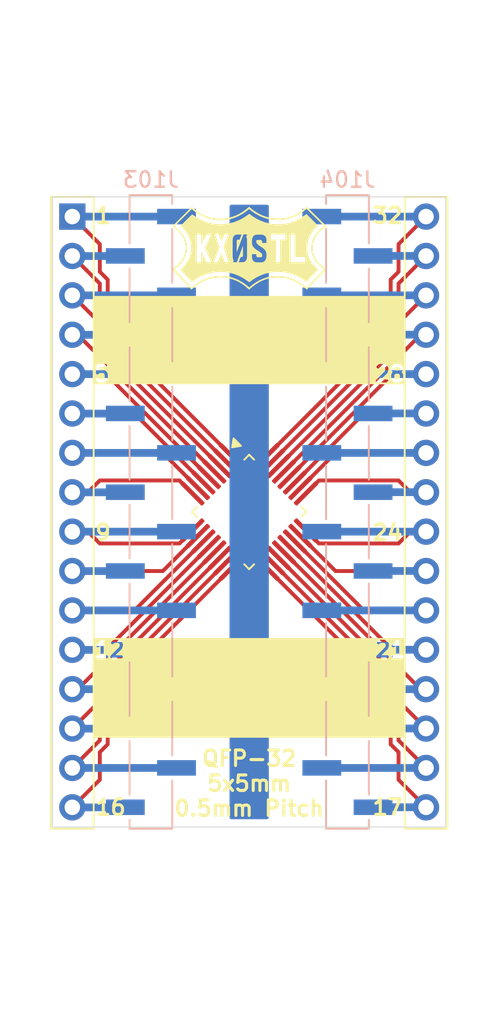
<source format=kicad_pcb>
(kicad_pcb (version 20241229) (generator "pcbnew") (generator_version "9.0")
  (layers (0 "F.Cu" signal) (2 "B.Cu" signal) (13 "F.Paste" user) (15 "B.Paste" user) (5 "F.SilkS" user "F.Silkscreen") (7 "B.SilkS" user "B.Silkscreen") (1 "F.Mask" user) (3 "B.Mask" user) (25 "Edge.Cuts" user))
  (net 0 "")
  (net 1 "/27")
  (net 2 "/10")
  (net 3 "/3")
  (net 4 "/6")
  (net 5 "/8")
  (net 6 "/1")
  (net 7 "/31")
  (net 8 "/7")
  (net 9 "/28")
  (net 10 "/2")
  (net 11 "/32")
  (net 12 "/24")
  (net 13 "/23")
  (net 14 "/19")
  (net 15 "/20")
  (net 16 "/18")
  (net 17 "/9")
  (net 18 "/14")
  (net 19 "/26")
  (net 20 "/21")
  (net 21 "/16")
  (net 22 "/29")
  (net 23 "/15")
  (net 24 "/25")
  (net 25 "/30")
  (net 26 "/17")
  (net 27 "/5")
  (net 28 "/4")
  (net 29 "/13")
  (net 30 "/12")
  (net 31 "/11")
  (net 32 "/22")
  (footprint "Package_QFP:TQFP-32_5x5mm_P0.5mm" (layer "F.Cu") (at 138.43 120.65 -45)
    (property "Reference" "U101" (hide yes))
    (property "Value" "QFN-48")
    (pad "1" smd roundrect (at -3.4325 -1.75 315) (size 2 0.3) (layers "F.Cu" "F.Mask" "F.Paste") (net 6 "/1"))
    (pad "2" smd roundrect (at -3.432501 -1.25 315) (size 2 0.3) (layers "F.Cu" "F.Mask" "F.Paste") (net 10 "/2"))
    (pad "3" smd roundrect (at -3.4325 -0.75 315) (size 2 0.3) (layers "F.Cu" "F.Mask" "F.Paste") (net 3 "/3"))
    (pad "4" smd roundrect (at -3.4325 -0.25 315) (size 2 0.3) (layers "F.Cu" "F.Mask" "F.Paste") (net 28 "/4"))
    (pad "5" smd roundrect (at -3.4325 0.25 315) (size 2 0.3) (layers "F.Cu" "F.Mask" "F.Paste") (net 27 "/5"))
    (pad "6" smd roundrect (at -3.4325 0.75 315) (size 2 0.3) (layers "F.Cu" "F.Mask" "F.Paste") (net 4 "/6"))
    (pad "7" smd roundrect (at -3.432501 1.25 315) (size 2 0.3) (layers "F.Cu" "F.Mask" "F.Paste") (net 8 "/7"))
    (pad "8" smd roundrect (at -3.4325 1.75 315) (size 2 0.3) (layers "F.Cu" "F.Mask" "F.Paste") (net 5 "/8"))
    (pad "9" smd roundrect (at -1.75 3.4325 315) (size 0.3 2) (layers "F.Cu" "F.Mask" "F.Paste") (net 17 "/9"))
    (pad "10" smd roundrect (at -1.25 3.432501 315) (size 0.3 2) (layers "F.Cu" "F.Mask" "F.Paste") (net 2 "/10"))
    (pad "11" smd roundrect (at -0.75 3.4325 315) (size 0.3 2) (layers "F.Cu" "F.Mask" "F.Paste") (net 31 "/11"))
    (pad "12" smd roundrect (at -0.25 3.4325 315) (size 0.3 2) (layers "F.Cu" "F.Mask" "F.Paste") (net 30 "/12"))
    (pad "13" smd roundrect (at 0.25 3.4325 315) (size 0.3 2) (layers "F.Cu" "F.Mask" "F.Paste") (net 29 "/13"))
    (pad "14" smd roundrect (at 0.75 3.4325 315) (size 0.3 2) (layers "F.Cu" "F.Mask" "F.Paste") (net 18 "/14"))
    (pad "15" smd roundrect (at 1.25 3.432501 315) (size 0.3 2) (layers "F.Cu" "F.Mask" "F.Paste") (net 23 "/15"))
    (pad "16" smd roundrect (at 1.75 3.4325 315) (size 0.3 2) (layers "F.Cu" "F.Mask" "F.Paste") (net 21 "/16"))
    (pad "17" smd roundrect (at 3.4325 1.75 315) (size 2 0.3) (layers "F.Cu" "F.Mask" "F.Paste") (net 26 "/17"))
    (pad "18" smd roundrect (at 3.432501 1.25 315) (size 2 0.3) (layers "F.Cu" "F.Mask" "F.Paste") (net 16 "/18"))
    (pad "19" smd roundrect (at 3.4325 0.75 315) (size 2 0.3) (layers "F.Cu" "F.Mask" "F.Paste") (net 14 "/19"))
    (pad "20" smd roundrect (at 3.4325 0.25 315) (size 2 0.3) (layers "F.Cu" "F.Mask" "F.Paste") (net 15 "/20"))
    (pad "21" smd roundrect (at 3.4325 -0.25 315) (size 2 0.3) (layers "F.Cu" "F.Mask" "F.Paste") (net 20 "/21"))
    (pad "22" smd roundrect (at 3.4325 -0.75 315) (size 2 0.3) (layers "F.Cu" "F.Mask" "F.Paste") (net 32 "/22"))
    (pad "23" smd roundrect (at 3.432501 -1.25 315) (size 2 0.3) (layers "F.Cu" "F.Mask" "F.Paste") (net 13 "/23"))
    (pad "24" smd roundrect (at 3.4325 -1.75 315) (size 2 0.3) (layers "F.Cu" "F.Mask" "F.Paste") (net 12 "/24"))
    (pad "25" smd roundrect (at 1.75 -3.4325 315) (size 0.3 2) (layers "F.Cu" "F.Mask" "F.Paste") (net 24 "/25"))
    (pad "26" smd roundrect (at 1.25 -3.432501 315) (size 0.3 2) (layers "F.Cu" "F.Mask" "F.Paste") (net 19 "/26"))
    (pad "27" smd roundrect (at 0.75 -3.4325 315) (size 0.3 2) (layers "F.Cu" "F.Mask" "F.Paste") (net 1 "/27"))
    (pad "28" smd roundrect (at 0.25 -3.4325 315) (size 0.3 2) (layers "F.Cu" "F.Mask" "F.Paste") (net 9 "/28"))
    (pad "29" smd roundrect (at -0.25 -3.4325 315) (size 0.3 2) (layers "F.Cu" "F.Mask" "F.Paste") (net 22 "/29"))
    (pad "30" smd roundrect (at -0.75 -3.4325 315) (size 0.3 2) (layers "F.Cu" "F.Mask" "F.Paste") (net 25 "/30"))
    (pad "31" smd roundrect (at -1.25 -3.432501 315) (size 0.3 2) (layers "F.Cu" "F.Mask" "F.Paste") (net 7 "/31"))
    (pad "32" smd roundrect (at -1.75 -3.4325 315) (size 0.3 2) (layers "F.Cu" "F.Mask" "F.Paste") (net 11 "/32"))
  )
  (footprint "Connector_PinHeader_2.54mm:PinHeader_1x16_P2.54mm_Vertical" (layer "F.Cu") (at 127 101.6)
    (property "Reference" "J101" (hide yes))
    (property "Value" "Conn_01x26")
    (pad "1" thru_hole rect (at 0 0) (size 1.7 1.7) (drill 1) (layers "*.Cu" "*.Mask") (net 6 "/1"))
    (pad "2" thru_hole circle (at 0 2.54) (size 1.7 1.7) (drill 1) (layers "*.Cu" "*.Mask") (net 10 "/2"))
    (pad "3" thru_hole circle (at 0 5.08) (size 1.7 1.7) (drill 1) (layers "*.Cu" "*.Mask") (net 3 "/3"))
    (pad "4" thru_hole circle (at 0 7.62) (size 1.7 1.7) (drill 1) (layers "*.Cu" "*.Mask") (net 28 "/4"))
    (pad "5" thru_hole circle (at 0 10.16) (size 1.7 1.7) (drill 1) (layers "*.Cu" "*.Mask") (net 27 "/5"))
    (pad "6" thru_hole circle (at 0 12.7) (size 1.7 1.7) (drill 1) (layers "*.Cu" "*.Mask") (net 4 "/6"))
    (pad "7" thru_hole circle (at 0 15.24) (size 1.7 1.7) (drill 1) (layers "*.Cu" "*.Mask") (net 8 "/7"))
    (pad "8" thru_hole circle (at 0 17.78) (size 1.7 1.7) (drill 1) (layers "*.Cu" "*.Mask") (net 5 "/8"))
    (pad "9" thru_hole circle (at 0 20.32) (size 1.7 1.7) (drill 1) (layers "*.Cu" "*.Mask") (net 17 "/9"))
    (pad "10" thru_hole circle (at 0 22.86) (size 1.7 1.7) (drill 1) (layers "*.Cu" "*.Mask") (net 2 "/10"))
    (pad "11" thru_hole circle (at 0 25.4) (size 1.7 1.7) (drill 1) (layers "*.Cu" "*.Mask") (net 31 "/11"))
    (pad "12" thru_hole circle (at 0 27.94) (size 1.7 1.7) (drill 1) (layers "*.Cu" "*.Mask") (net 30 "/12"))
    (pad "13" thru_hole circle (at 0 30.48) (size 1.7 1.7) (drill 1) (layers "*.Cu" "*.Mask") (net 29 "/13"))
    (pad "14" thru_hole circle (at 0 33.02) (size 1.7 1.7) (drill 1) (layers "*.Cu" "*.Mask") (net 18 "/14"))
    (pad "15" thru_hole circle (at 0 35.56) (size 1.7 1.7) (drill 1) (layers "*.Cu" "*.Mask") (net 23 "/15"))
    (pad "16" thru_hole circle (at 0 38.1) (size 1.7 1.7) (drill 1) (layers "*.Cu" "*.Mask") (net 21 "/16"))
  )
  (footprint "libraries:Logo_10mm_inv" (layer "F.Cu") (at 138.43 103.632)
    (property "Reference" "G***" (hide yes))
    (property "Value" "LOGO" (hide yes))
  )
  (footprint "Connector_PinHeader_2.54mm:PinHeader_1x16_P2.54mm_Vertical" (layer "F.Cu") (at 149.86 101.6)
    (property "Reference" "J102" (hide yes))
    (property "Value" "Conn_01x26")
    (pad "1" thru_hole circle (at 0 0) (size 1.7 1.7) (drill 1) (layers "*.Cu" "*.Mask") (net 11 "/32"))
    (pad "2" thru_hole circle (at 0 2.54) (size 1.7 1.7) (drill 1) (layers "*.Cu" "*.Mask") (net 7 "/31"))
    (pad "3" thru_hole circle (at 0 5.08) (size 1.7 1.7) (drill 1) (layers "*.Cu" "*.Mask") (net 25 "/30"))
    (pad "4" thru_hole circle (at 0 7.62) (size 1.7 1.7) (drill 1) (layers "*.Cu" "*.Mask") (net 22 "/29"))
    (pad "5" thru_hole circle (at 0 10.16) (size 1.7 1.7) (drill 1) (layers "*.Cu" "*.Mask") (net 9 "/28"))
    (pad "6" thru_hole circle (at 0 12.7) (size 1.7 1.7) (drill 1) (layers "*.Cu" "*.Mask") (net 1 "/27"))
    (pad "7" thru_hole circle (at 0 15.24) (size 1.7 1.7) (drill 1) (layers "*.Cu" "*.Mask") (net 19 "/26"))
    (pad "8" thru_hole circle (at 0 17.78) (size 1.7 1.7) (drill 1) (layers "*.Cu" "*.Mask") (net 24 "/25"))
    (pad "9" thru_hole circle (at 0 20.32) (size 1.7 1.7) (drill 1) (layers "*.Cu" "*.Mask") (net 12 "/24"))
    (pad "10" thru_hole circle (at 0 22.86) (size 1.7 1.7) (drill 1) (layers "*.Cu" "*.Mask") (net 13 "/23"))
    (pad "11" thru_hole circle (at 0 25.4) (size 1.7 1.7) (drill 1) (layers "*.Cu" "*.Mask") (net 32 "/22"))
    (pad "12" thru_hole circle (at 0 27.94) (size 1.7 1.7) (drill 1) (layers "*.Cu" "*.Mask") (net 20 "/21"))
    (pad "13" thru_hole circle (at 0 30.48) (size 1.7 1.7) (drill 1) (layers "*.Cu" "*.Mask") (net 15 "/20"))
    (pad "14" thru_hole circle (at 0 33.02) (size 1.7 1.7) (drill 1) (layers "*.Cu" "*.Mask") (net 14 "/19"))
    (pad "15" thru_hole circle (at 0 35.56) (size 1.7 1.7) (drill 1) (layers "*.Cu" "*.Mask") (net 16 "/18"))
    (pad "16" thru_hole circle (at 0 38.1) (size 1.7 1.7) (drill 1) (layers "*.Cu" "*.Mask") (net 26 "/17"))
  )
  (footprint "Connector_PinHeader_2.54mm:PinHeader_1x16_P2.54mm_Vertical_SMD_Pin1Left" (layer "B.Cu") (at 132.08 120.646642 180)
    (property "Reference" "J103" (at 0 21.43 0) (layer "B.SilkS") (effects (justify mirror)))
    (property "Value" "Conn_01x26")
    (pad "1" smd rect (at -1.655 19.05 180) (size 2.51 1) (layers "B.Cu" "B.Mask" "B.Paste") (net 6 "/1"))
    (pad "2" smd rect (at 1.655 16.51 180) (size 2.51 1) (layers "B.Cu" "B.Mask" "B.Paste") (net 10 "/2"))
    (pad "3" smd rect (at -1.655 13.97 180) (size 2.51 1) (layers "B.Cu" "B.Mask" "B.Paste") (net 3 "/3"))
    (pad "4" smd rect (at 1.655 11.43 180) (size 2.51 1) (layers "B.Cu" "B.Mask" "B.Paste") (net 28 "/4"))
    (pad "5" smd rect (at -1.655 8.89 180) (size 2.51 1) (layers "B.Cu" "B.Mask" "B.Paste") (net 27 "/5"))
    (pad "6" smd rect (at 1.655 6.35 180) (size 2.51 1) (layers "B.Cu" "B.Mask" "B.Paste") (net 4 "/6"))
    (pad "7" smd rect (at -1.655 3.81 180) (size 2.51 1) (layers "B.Cu" "B.Mask" "B.Paste") (net 8 "/7"))
    (pad "8" smd rect (at 1.655 1.27 180) (size 2.51 1) (layers "B.Cu" "B.Mask" "B.Paste") (net 5 "/8"))
    (pad "9" smd rect (at -1.655 -1.27 180) (size 2.51 1) (layers "B.Cu" "B.Mask" "B.Paste") (net 17 "/9"))
    (pad "10" smd rect (at 1.655 -3.81 180) (size 2.51 1) (layers "B.Cu" "B.Mask" "B.Paste") (net 2 "/10"))
    (pad "11" smd rect (at -1.655 -6.35 180) (size 2.51 1) (layers "B.Cu" "B.Mask" "B.Paste") (net 31 "/11"))
    (pad "12" smd rect (at 1.655 -8.89 180) (size 2.51 1) (layers "B.Cu" "B.Mask" "B.Paste") (net 30 "/12"))
    (pad "13" smd rect (at -1.655 -11.43 180) (size 2.51 1) (layers "B.Cu" "B.Mask" "B.Paste") (net 29 "/13"))
    (pad "14" smd rect (at 1.655 -13.97 180) (size 2.51 1) (layers "B.Cu" "B.Mask" "B.Paste") (net 18 "/14"))
    (pad "15" smd rect (at -1.655 -16.51 180) (size 2.51 1) (layers "B.Cu" "B.Mask" "B.Paste") (net 23 "/15"))
    (pad "16" smd rect (at 1.655 -19.05 180) (size 2.51 1) (layers "B.Cu" "B.Mask" "B.Paste") (net 21 "/16"))
  )
  (footprint "Connector_PinHeader_2.54mm:PinHeader_1x16_P2.54mm_Vertical_SMD_Pin1Right" (layer "B.Cu") (at 144.78 120.646642 180)
    (property "Reference" "J104" (at 0 21.43 0) (layer "B.SilkS") (effects (justify mirror)))
    (property "Value" "Conn_01x26")
    (pad "1" smd rect (at 1.655 19.05 180) (size 2.51 1) (layers "B.Cu" "B.Mask" "B.Paste") (net 11 "/32"))
    (pad "2" smd rect (at -1.655 16.51 180) (size 2.51 1) (layers "B.Cu" "B.Mask" "B.Paste") (net 7 "/31"))
    (pad "3" smd rect (at 1.655 13.97 180) (size 2.51 1) (layers "B.Cu" "B.Mask" "B.Paste") (net 25 "/30"))
    (pad "4" smd rect (at -1.655 11.43 180) (size 2.51 1) (layers "B.Cu" "B.Mask" "B.Paste") (net 22 "/29"))
    (pad "5" smd rect (at 1.655 8.89 180) (size 2.51 1) (layers "B.Cu" "B.Mask" "B.Paste") (net 9 "/28"))
    (pad "6" smd rect (at -1.655 6.35 180) (size 2.51 1) (layers "B.Cu" "B.Mask" "B.Paste") (net 1 "/27"))
    (pad "7" smd rect (at 1.655 3.81 180) (size 2.51 1) (layers "B.Cu" "B.Mask" "B.Paste") (net 19 "/26"))
    (pad "8" smd rect (at -1.655 1.27 180) (size 2.51 1) (layers "B.Cu" "B.Mask" "B.Paste") (net 24 "/25"))
    (pad "9" smd rect (at 1.655 -1.27 180) (size 2.51 1) (layers "B.Cu" "B.Mask" "B.Paste") (net 12 "/24"))
    (pad "10" smd rect (at -1.655 -3.81 180) (size 2.51 1) (layers "B.Cu" "B.Mask" "B.Paste") (net 13 "/23"))
    (pad "11" smd rect (at 1.655 -6.35 180) (size 2.51 1) (layers "B.Cu" "B.Mask" "B.Paste") (net 32 "/22"))
    (pad "12" smd rect (at -1.655 -8.89 180) (size 2.51 1) (layers "B.Cu" "B.Mask" "B.Paste") (net 20 "/21"))
    (pad "13" smd rect (at 1.655 -11.43 180) (size 2.51 1) (layers "B.Cu" "B.Mask" "B.Paste") (net 15 "/20"))
    (pad "14" smd rect (at -1.655 -13.97 180) (size 2.51 1) (layers "B.Cu" "B.Mask" "B.Paste") (net 14 "/19"))
    (pad "15" smd rect (at 1.655 -16.51 180) (size 2.51 1) (layers "B.Cu" "B.Mask" "B.Paste") (net 16 "/18"))
    (pad "16" smd rect (at -1.655 -19.05 180) (size 2.51 1) (layers "B.Cu" "B.Mask" "B.Paste") (net 26 "/17"))
  )
  (gr_rect (start 129.377 108.1456) (end 146.493 112.36) (stroke (width 0.1)) (fill yes) (layer "F.SilkS"))
  (gr_rect (start 130.382 128.832239) (end 146.551382 130.5687) (stroke (width 0.1)) (fill yes) (layer "F.SilkS"))
  (gr_rect (start 128.374 130.2) (end 148.43 134.271) (stroke (width 0.1)) (fill yes) (layer "F.SilkS"))
  (gr_rect (start 128.374 130.581) (end 148.44 135.161) (stroke (width 0.1)) (fill yes) (layer "F.SilkS"))
  (gr_rect (start 128.40935 106.767) (end 148.47535 111.038) (stroke (width 0.1)) (fill yes) (layer "F.SilkS"))
  (gr_rect (start 125.73 100.33) (end 151.13 140.97) (stroke (width 0.05)) (fill no) (layer "Edge.Cuts"))
  (gr_text "24" (at 148.446 121.976642 0) (layer "F.SilkS") (effects (font (size 1 1) (thickness 0.2) (bold yes)) (justify right)))
  (gr_text "32" (at 148.463 101.536375 0) (layer "F.SilkS") (effects (font (size 1 1) (thickness 0.2) (bold yes)) (justify right)))
  (gr_text "21" (at 148.63 129.54 0) (layer "F.SilkS" knockout) (effects (font (size 1 1) (thickness 0.2) (bold yes)) (justify right)))
  (gr_text "17" (at 148.463 139.7 0) (layer "F.SilkS") (effects (font (size 1 1) (thickness 0.2) (bold yes)) (justify right)))
  (gr_text "28" (at 148.6 111.75 0) (layer "F.SilkS" knockout) (effects (font (size 1 1) (thickness 0.2) (bold yes)) (justify right)))
  (gr_text "QFP-32\n5x5mm\n0.5mm Pitch" (at 138.43 140.354569 0) (layer "F.SilkS") (effects (font (size 1 1) (thickness 0.2) (bold yes)) (justify bottom)))
  (gr_text "12" (at 128.32 129.54 0) (layer "F.SilkS" knockout) (effects (font (size 1 1) (thickness 0.2) (bold yes)) (justify left)))
  (gr_text "5" (at 128.3 111.75 0) (layer "F.SilkS" knockout) (effects (font (size 1 1) (thickness 0.2) (bold yes)) (justify left)))
  (gr_text "9" (at 128.38 121.976642 0) (layer "F.SilkS") (effects (font (size 1 1) (thickness 0.2) (bold yes)) (justify left)))
  (gr_text "1" (at 128.397 101.536375 0) (layer "F.SilkS") (effects (font (size 1 1) (thickness 0.2) (bold yes)) (justify left)))
  (gr_text "16" (at 128.397 139.7 0) (layer "F.SilkS") (effects (font (size 1 1) (thickness 0.2) (bold yes)) (justify left)))
  (segment (start 145.84066 114.3) (end 149.86 114.3) (width 0.25) (layer "F.Cu") (net 1))
  (segment (start 141.387474 118.753186) (end 145.84066 114.3) (width 0.25) (layer "F.Cu") (net 1))
  (segment (start 149.864999 114.295001) (end 146.444999 114.295001) (width 0.5) (layer "B.Cu") (net 1))
  (segment (start 146.444999 114.295001) (end 146.439999 114.300001) (width 0.5) (layer "B.Cu") (net 1))
  (segment (start 135.118972 122.193261) (end 132.852233 124.46) (width 0.25) (layer "F.Cu") (net 2))
  (segment (start 132.852233 124.46) (end 127 124.46) (width 0.25) (layer "F.Cu") (net 2))
  (segment (start 130.425 124.465) (end 127.005 124.465) (width 0.5) (layer "B.Cu") (net 2))
  (segment (start 136.533186 117.692526) (end 128.778 109.93734) (width 0.25) (layer "F.Cu") (net 3))
  (segment (start 128.778 108.458) (end 127 106.68) (width 0.25) (layer "F.Cu") (net 3))
  (segment (start 128.778 109.93734) (end 128.778 108.458) (width 0.25) (layer "F.Cu") (net 3))
  (segment (start 127.005 106.676642) (end 127 106.681642) (width 0.5) (layer "B.Cu") (net 3))
  (segment (start 127 106.68) (end 133.73 106.68) (width 0.5) (layer "B.Cu") (net 3))
  (segment (start 131.01934 114.3) (end 127 114.3) (width 0.25) (layer "F.Cu") (net 4))
  (segment (start 135.472526 118.753186) (end 131.01934 114.3) (width 0.25) (layer "F.Cu") (net 4))
  (segment (start 130.425 114.304999) (end 127.005 114.305) (width 0.5) (layer "B.Cu") (net 4))
  (segment (start 128.016 119.38) (end 127 119.38) (width 0.25) (layer "F.Cu") (net 5))
  (segment (start 133.923126 118.618) (end 128.778 118.618) (width 0.25) (layer "F.Cu") (net 5))
  (segment (start 128.778 118.618) (end 128.016 119.38) (width 0.25) (layer "F.Cu") (net 5))
  (segment (start 134.765419 119.460293) (end 133.923126 118.618) (width 0.25) (layer "F.Cu") (net 5))
  (segment (start 130.425 119.385) (end 127.005 119.385) (width 0.5) (layer "B.Cu") (net 5))
  (segment (start 129.286 105.664) (end 128.778 105.156) (width 0.25) (layer "F.Cu") (net 6))
  (segment (start 137.240293 116.985419) (end 129.794 109.539126) (width 0.25) (layer "F.Cu") (net 6))
  (segment (start 129.794 109.539126) (end 129.794 107.95) (width 0.25) (layer "F.Cu") (net 6))
  (segment (start 129.286 107.442) (end 129.286 105.664) (width 0.25) (layer "F.Cu") (net 6))
  (segment (start 128.778 105.156) (end 128.778 103.378) (width 0.25) (layer "F.Cu") (net 6))
  (segment (start 129.794 107.95) (end 129.286 107.442) (width 0.25) (layer "F.Cu") (net 6))
  (segment (start 128.778 103.378) (end 127 101.6) (width 0.25) (layer "F.Cu") (net 6))
  (segment (start 127.005 101.596642) (end 127 101.601642) (width 0.5) (layer "B.Cu") (net 6))
  (segment (start 127 101.6) (end 133.73 101.6) (width 0.5) (layer "B.Cu") (net 6))
  (segment (start 148.082 105.918) (end 149.86 104.14) (width 0.25) (layer "F.Cu") (net 7))
  (segment (start 147.574 108.204) (end 148.082001 107.696) (width 0.25) (layer "F.Cu") (net 7))
  (segment (start 148.082001 107.696) (end 148.082 105.918) (width 0.25) (layer "F.Cu") (net 7))
  (segment (start 139.973261 117.338972) (end 147.574 109.738232) (width 0.25) (layer "F.Cu") (net 7))
  (segment (start 147.574 109.738232) (end 147.574 108.204) (width 0.25) (layer "F.Cu") (net 7))
  (segment (start 146.444999 104.135) (end 146.439999 104.14) (width 0.5) (layer "B.Cu") (net 7))
  (segment (start 149.864999 104.135) (end 146.444999 104.135) (width 0.5) (layer "B.Cu") (net 7))
  (segment (start 132.852233 116.84) (end 127 116.84) (width 0.25) (layer "F.Cu") (net 8))
  (segment (start 135.118972 119.106739) (end 132.852233 116.84) (width 0.25) (layer "F.Cu") (net 8))
  (segment (start 127 116.84) (end 133.73 116.84) (width 0.5) (layer "B.Cu") (net 8))
  (segment (start 127.005 116.836642) (end 127 116.841642) (width 0.5) (layer "B.Cu") (net 8))
  (segment (start 141.03392 118.399633) (end 147.673553 111.76) (width 0.25) (layer "F.Cu") (net 9))
  (segment (start 147.673553 111.76) (end 149.86 111.760001) (width 0.25) (layer "F.Cu") (net 9))
  (segment (start 143.129999 111.76) (end 149.859999 111.759999) (width 0.5) (layer "B.Cu") (net 9))
  (segment (start 149.859999 111.759999) (end 149.864999 111.754999) (width 0.5) (layer "B.Cu") (net 9))
  (segment (start 128.778 107.696) (end 128.778 105.918) (width 0.25) (layer "F.Cu") (net 10))
  (segment (start 129.286 108.204) (end 128.778 107.696) (width 0.25) (layer "F.Cu") (net 10))
  (segment (start 136.886739 117.338972) (end 129.286 109.738233) (width 0.25) (layer "F.Cu") (net 10))
  (segment (start 128.778 105.918) (end 127 104.14) (width 0.25) (layer "F.Cu") (net 10))
  (segment (start 129.286 109.738233) (end 129.286 108.204) (width 0.25) (layer "F.Cu") (net 10))
  (segment (start 130.424999 104.145) (end 127.005 104.145) (width 0.5) (layer "B.Cu") (net 10))
  (segment (start 148.082 105.156) (end 148.082001 103.378) (width 0.25) (layer "F.Cu") (net 11))
  (segment (start 139.619707 116.985419) (end 147.066 109.539126) (width 0.25) (layer "F.Cu") (net 11))
  (segment (start 147.573999 105.664) (end 148.082 105.156) (width 0.25) (layer "F.Cu") (net 11))
  (segment (start 147.066 109.539126) (end 147.066 107.95) (width 0.25) (layer "F.Cu") (net 11))
  (segment (start 148.082001 103.378) (end 149.86 101.600001) (width 0.25) (layer "F.Cu") (net 11))
  (segment (start 147.066 107.95) (end 147.573999 107.442) (width 0.25) (layer "F.Cu") (net 11))
  (segment (start 147.573999 107.442) (end 147.573999 105.664) (width 0.25) (layer "F.Cu") (net 11))
  (segment (start 143.129999 101.6) (end 149.86 101.6) (width 0.5) (layer "B.Cu") (net 11))
  (segment (start 149.86 101.6) (end 149.865 101.595) (width 0.5) (layer "B.Cu") (net 11))
  (segment (start 148.082 122.682) (end 148.844 121.92) (width 0.25) (layer "F.Cu") (net 12))
  (segment (start 148.844 121.92) (end 149.86 121.919999) (width 0.25) (layer "F.Cu") (net 12))
  (segment (start 142.094581 121.839707) (end 142.936874 122.682) (width 0.25) (layer "F.Cu") (net 12))
  (segment (start 142.936874 122.682) (end 148.082 122.682) (width 0.25) (layer "F.Cu") (net 12))
  (segment (start 143.129999 121.92) (end 149.859999 121.92) (width 0.5) (layer "B.Cu") (net 12))
  (segment (start 149.859999 121.92) (end 149.864999 121.915) (width 0.5) (layer "B.Cu") (net 12))
  (segment (start 141.741028 122.193261) (end 144.007767 124.46) (width 0.25) (layer "F.Cu") (net 13))
  (segment (start 144.007767 124.46) (end 149.86 124.46) (width 0.25) (layer "F.Cu") (net 13))
  (segment (start 146.444998 124.455) (end 146.439998 124.46) (width 0.5) (layer "B.Cu") (net 13))
  (segment (start 149.865 124.455) (end 146.444998 124.455) (width 0.5) (layer "B.Cu") (net 13))
  (segment (start 148.082 132.842) (end 149.86 134.620001) (width 0.25) (layer "F.Cu") (net 14))
  (segment (start 140.326814 123.607474) (end 148.082 131.36266) (width 0.25) (layer "F.Cu") (net 14))
  (segment (start 148.082 131.36266) (end 148.082 132.842) (width 0.25) (layer "F.Cu") (net 14))
  (segment (start 149.864999 134.614999) (end 146.444999 134.614999) (width 0.5) (layer "B.Cu") (net 14))
  (segment (start 146.444999 134.614999) (end 146.439998 134.62) (width 0.5) (layer "B.Cu") (net 14))
  (segment (start 149.506446 132.08) (end 149.86 132.08) (width 0.25) (layer "F.Cu") (net 15))
  (segment (start 140.680367 123.253921) (end 149.506446 132.08) (width 0.25) (layer "F.Cu") (net 15))
  (segment (start 149.859999 132.08) (end 149.864999 132.075) (width 0.5) (layer "B.Cu") (net 15))
  (segment (start 143.129999 132.08) (end 149.859999 132.08) (width 0.5) (layer "B.Cu") (net 15))
  (segment (start 139.973261 123.961028) (end 147.574 131.561767) (width 0.25) (layer "F.Cu") (net 16))
  (segment (start 147.574 131.561767) (end 147.574 133.096) (width 0.25) (layer "F.Cu") (net 16))
  (segment (start 148.082 135.382) (end 149.86 137.16) (width 0.25) (layer "F.Cu") (net 16))
  (segment (start 148.082 133.604) (end 148.082 135.382) (width 0.25) (layer "F.Cu") (net 16))
  (segment (start 147.574 133.096) (end 148.082 133.604) (width 0.25) (layer "F.Cu") (net 16))
  (segment (start 143.129999 137.16) (end 149.859999 137.16) (width 0.5) (layer "B.Cu") (net 16))
  (segment (start 149.859999 137.16) (end 149.864999 137.155001) (width 0.5) (layer "B.Cu") (net 16))
  (segment (start 133.923126 122.682) (end 128.778 122.682) (width 0.25) (layer "F.Cu") (net 17))
  (segment (start 134.765419 121.839707) (end 133.923126 122.682) (width 0.25) (layer "F.Cu") (net 17))
  (segment (start 128.778 122.682) (end 128.016 121.92) (width 0.25) (layer "F.Cu") (net 17))
  (segment (start 128.016 121.92) (end 127 121.92) (width 0.25) (layer "F.Cu") (net 17))
  (segment (start 127 121.92) (end 133.73 121.92) (width 0.5) (layer "B.Cu") (net 17))
  (segment (start 127.005 121.916642) (end 127 121.921642) (width 0.5) (layer "B.Cu") (net 17))
  (segment (start 128.778 131.36266) (end 128.778 132.842) (width 0.25) (layer "F.Cu") (net 18))
  (segment (start 128.778 132.842) (end 127 134.62) (width 0.25) (layer "F.Cu") (net 18))
  (segment (start 136.533186 123.607474) (end 128.778 131.36266) (width 0.25) (layer "F.Cu") (net 18))
  (segment (start 130.425 134.625) (end 127.005 134.625) (width 0.5) (layer "B.Cu") (net 18))
  (segment (start 144.007766 116.84) (end 149.86 116.84) (width 0.25) (layer "F.Cu") (net 19))
  (segment (start 141.741028 119.106739) (end 144.007766 116.84) (width 0.25) (layer "F.Cu") (net 19))
  (segment (start 143.129999 116.839999) (end 149.859999 116.84) (width 0.5) (layer "B.Cu") (net 19))
  (segment (start 149.859999 116.84) (end 149.864999 116.835) (width 0.5) (layer "B.Cu") (net 19))
  (segment (start 147.673554 129.54) (end 149.86 129.54) (width 0.25) (layer "F.Cu") (net 20))
  (segment (start 141.033921 122.900367) (end 147.673554 129.54) (width 0.25) (layer "F.Cu") (net 20))
  (segment (start 149.864999 129.535) (end 146.444999 129.535) (width 0.5) (layer "B.Cu") (net 20))
  (segment (start 146.444999 129.535) (end 146.439999 129.54) (width 0.5) (layer "B.Cu") (net 20))
  (segment (start 128.778 136.144) (end 128.778 137.922) (width 0.25) (layer "F.Cu") (net 21))
  (segment (start 129.794 133.35) (end 129.286 133.858) (width 0.25) (layer "F.Cu") (net 21))
  (segment (start 129.794 131.760874) (end 129.794 133.35) (width 0.25) (layer "F.Cu") (net 21))
  (segment (start 129.286 133.858) (end 129.286 135.636) (width 0.25) (layer "F.Cu") (net 21))
  (segment (start 129.286 135.636) (end 128.778 136.144) (width 0.25) (layer "F.Cu") (net 21))
  (segment (start 128.778 137.922) (end 127 139.7) (width 0.25) (layer "F.Cu") (net 21))
  (segment (start 137.240293 124.314581) (end 129.794 131.760874) (width 0.25) (layer "F.Cu") (net 21))
  (segment (start 130.425 139.705001) (end 127.005 139.705) (width 0.5) (layer "B.Cu") (net 21))
  (segment (start 149.506446 109.22) (end 149.86 109.22) (width 0.25) (layer "F.Cu") (net 22))
  (segment (start 140.680367 118.046079) (end 149.506446 109.22) (width 0.25) (layer "F.Cu") (net 22))
  (segment (start 149.864999 109.215) (end 146.444999 109.215) (width 0.5) (layer "B.Cu") (net 22))
  (segment (start 146.444999 109.215) (end 146.439999 109.22) (width 0.5) (layer "B.Cu") (net 22))
  (segment (start 128.778 133.604) (end 128.778 135.382) (width 0.25) (layer "F.Cu") (net 23))
  (segment (start 129.286 133.096) (end 128.778 133.604) (width 0.25) (layer "F.Cu") (net 23))
  (segment (start 128.778 135.382) (end 127 137.16) (width 0.25) (layer "F.Cu") (net 23))
  (segment (start 129.286 131.561767) (end 129.286 133.096) (width 0.25) (layer "F.Cu") (net 23))
  (segment (start 136.886739 123.961028) (end 129.286 131.561767) (width 0.25) (layer "F.Cu") (net 23))
  (segment (start 127 137.16) (end 133.73 137.16) (width 0.5) (layer "B.Cu") (net 23))
  (segment (start 127.005 137.156642) (end 127 137.161642) (width 0.5) (layer "B.Cu") (net 23))
  (segment (start 148.082 118.618) (end 148.844 119.38) (width 0.25) (layer "F.Cu") (net 24))
  (segment (start 142.936874 118.618) (end 148.082 118.618) (width 0.25) (layer "F.Cu") (net 24))
  (segment (start 148.844 119.38) (end 149.86 119.38) (width 0.25) (layer "F.Cu") (net 24))
  (segment (start 142.094581 119.460292) (end 142.936874 118.618) (width 0.25) (layer "F.Cu") (net 24))
  (segment (start 146.444999 119.375) (end 146.439999 119.38) (width 0.5) (layer "B.Cu") (net 24))
  (segment (start 149.864999 119.375) (end 146.444999 119.375) (width 0.5) (layer "B.Cu") (net 24))
  (segment (start 148.082 109.93734) (end 148.082 108.458) (width 0.25) (layer "F.Cu") (net 25))
  (segment (start 140.326814 117.692525) (end 148.082 109.93734) (width 0.25) (layer "F.Cu") (net 25))
  (segment (start 148.082 108.458) (end 149.86 106.68) (width 0.25) (layer "F.Cu") (net 25))
  (segment (start 143.129998 106.68) (end 149.859999 106.68) (width 0.5) (layer "B.Cu") (net 25))
  (segment (start 149.859999 106.68) (end 149.864999 106.675) (width 0.5) (layer "B.Cu") (net 25))
  (segment (start 139.619706 124.314581) (end 147.066 131.760874) (width 0.25) (layer "F.Cu") (net 26))
  (segment (start 147.574002 135.636) (end 148.082 136.144) (width 0.25) (layer "F.Cu") (net 26))
  (segment (start 148.082 137.922) (end 149.86 139.7) (width 0.25) (layer "F.Cu") (net 26))
  (segment (start 147.066 131.760874) (end 147.066 133.35) (width 0.25) (layer "F.Cu") (net 26))
  (segment (start 148.082 136.144) (end 148.082 137.922) (width 0.25) (layer "F.Cu") (net 26))
  (segment (start 147.574 133.858) (end 147.574002 135.636) (width 0.25) (layer "F.Cu") (net 26))
  (segment (start 147.066 133.35) (end 147.574 133.858) (width 0.25) (layer "F.Cu") (net 26))
  (segment (start 149.864999 139.695) (end 146.444999 139.695) (width 0.5) (layer "B.Cu") (net 26))
  (segment (start 146.444999 139.695) (end 146.439999 139.7) (width 0.5) (layer "B.Cu") (net 26))
  (segment (start 135.826079 118.399633) (end 129.186446 111.76) (width 0.25) (layer "F.Cu") (net 27))
  (segment (start 129.186446 111.76) (end 127 111.76) (width 0.25) (layer "F.Cu") (net 27))
  (segment (start 127 111.76) (end 133.73 111.76) (width 0.5) (layer "B.Cu") (net 27))
  (segment (start 127.005 111.756642) (end 127 111.761642) (width 0.5) (layer "B.Cu") (net 27))
  (segment (start 127.353554 109.22) (end 127 109.22) (width 0.25) (layer "F.Cu") (net 28))
  (segment (start 136.179633 118.046079) (end 127.353554 109.22) (width 0.25) (layer "F.Cu") (net 28))
  (segment (start 130.425 109.225) (end 127.005 109.225) (width 0.5) (layer "B.Cu") (net 28))
  (segment (start 127.353554 132.08) (end 127 132.08) (width 0.25) (layer "F.Cu") (net 29))
  (segment (start 136.179633 123.253921) (end 127.353554 132.08) (width 0.25) (layer "F.Cu") (net 29))
  (segment (start 127.005 132.076642) (end 127 132.081642) (width 0.5) (layer "B.Cu") (net 29))
  (segment (start 127 132.08) (end 133.73 132.08) (width 0.5) (layer "B.Cu") (net 29))
  (segment (start 135.826079 122.900367) (end 129.186446 129.54) (width 0.25) (layer "F.Cu") (net 30))
  (segment (start 129.186446 129.54) (end 127 129.54) (width 0.25) (layer "F.Cu") (net 30))
  (segment (start 130.425 129.545) (end 127.005 129.545) (width 0.5) (layer "B.Cu") (net 30))
  (segment (start 135.472526 122.546814) (end 131.01934 127) (width 0.25) (layer "F.Cu") (net 31))
  (segment (start 131.01934 127) (end 127 127) (width 0.25) (layer "F.Cu") (net 31))
  (segment (start 127 127) (end 133.73 127) (width 0.5) (layer "B.Cu") (net 31))
  (segment (start 127.005 126.996642) (end 127 127.001642) (width 0.5) (layer "B.Cu") (net 31))
  (segment (start 145.84066 126.999999) (end 149.86 127) (width 0.25) (layer "F.Cu") (net 32))
  (segment (start 141.387474 122.546813) (end 145.84066 126.999999) (width 0.25) (layer "F.Cu") (net 32))
  (segment (start 143.129999 127) (end 149.859999 127) (width 0.5) (layer "B.Cu") (net 32))
  (segment (start 149.859999 127) (end 149.864999 126.995) (width 0.5) (layer "B.Cu") (net 32))
  (zone (net 11) (net_name "/32") (layer "B.Cu") (connect_pads yes (clearance 0.5)) (min_thickness 0.25) (fill yes (thermal_gap 0.5) (thermal_bridge_width 0.5))
    (polygon (pts (xy 137.16 87.63) (xy 137.16 153.67) (xy 139.7 153.67) (xy 139.7 87.63)))
  )
)
</source>
